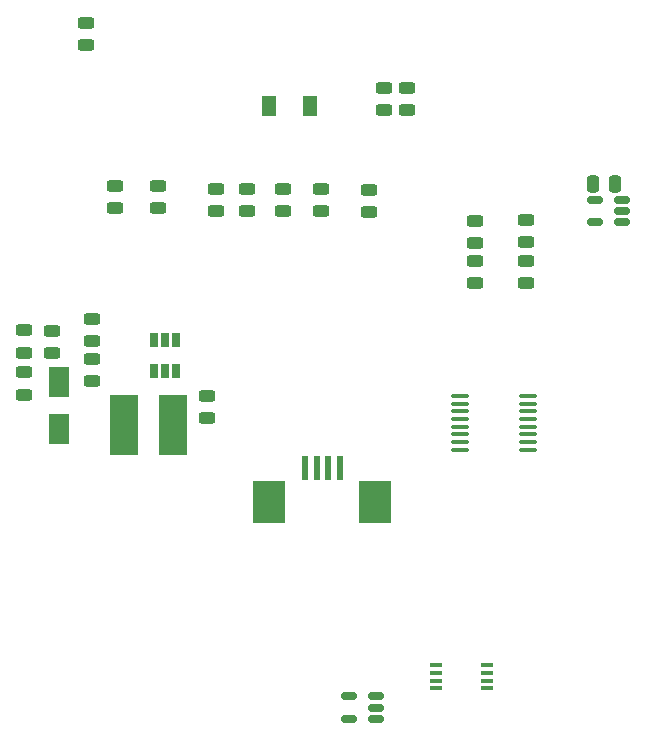
<source format=gbr>
%TF.GenerationSoftware,KiCad,Pcbnew,6.0.10+dfsg-1~bpo11+1*%
%TF.CreationDate,2023-02-13T12:05:02+00:00*%
%TF.ProjectId,OLED01,4f4c4544-3031-42e6-9b69-6361645f7063,rev?*%
%TF.SameCoordinates,PX72ba1e0PY737d6e0*%
%TF.FileFunction,Paste,Bot*%
%TF.FilePolarity,Positive*%
%FSLAX46Y46*%
G04 Gerber Fmt 4.6, Leading zero omitted, Abs format (unit mm)*
G04 Created by KiCad (PCBNEW 6.0.10+dfsg-1~bpo11+1) date 2023-02-13 12:05:02*
%MOMM*%
%LPD*%
G01*
G04 APERTURE LIST*
G04 Aperture macros list*
%AMRoundRect*
0 Rectangle with rounded corners*
0 $1 Rounding radius*
0 $2 $3 $4 $5 $6 $7 $8 $9 X,Y pos of 4 corners*
0 Add a 4 corners polygon primitive as box body*
4,1,4,$2,$3,$4,$5,$6,$7,$8,$9,$2,$3,0*
0 Add four circle primitives for the rounded corners*
1,1,$1+$1,$2,$3*
1,1,$1+$1,$4,$5*
1,1,$1+$1,$6,$7*
1,1,$1+$1,$8,$9*
0 Add four rect primitives between the rounded corners*
20,1,$1+$1,$2,$3,$4,$5,0*
20,1,$1+$1,$4,$5,$6,$7,0*
20,1,$1+$1,$6,$7,$8,$9,0*
20,1,$1+$1,$8,$9,$2,$3,0*%
G04 Aperture macros list end*
%ADD10R,2.350000X5.100000*%
%ADD11RoundRect,0.243750X-0.456250X0.243750X-0.456250X-0.243750X0.456250X-0.243750X0.456250X0.243750X0*%
%ADD12R,0.650000X1.220000*%
%ADD13R,0.610000X2.000000*%
%ADD14R,2.680000X3.600000*%
%ADD15R,1.300000X1.700000*%
%ADD16RoundRect,0.243750X0.456250X-0.243750X0.456250X0.243750X-0.456250X0.243750X-0.456250X-0.243750X0*%
%ADD17R,1.800000X2.500000*%
%ADD18RoundRect,0.150000X0.512500X0.150000X-0.512500X0.150000X-0.512500X-0.150000X0.512500X-0.150000X0*%
%ADD19R,1.100000X0.400000*%
%ADD20RoundRect,0.100000X-0.637500X-0.100000X0.637500X-0.100000X0.637500X0.100000X-0.637500X0.100000X0*%
%ADD21RoundRect,0.250000X0.250000X0.475000X-0.250000X0.475000X-0.250000X-0.475000X0.250000X-0.475000X0*%
G04 APERTURE END LIST*
D10*
%TO.C,L1*%
X12675000Y28700000D03*
X8525000Y28700000D03*
%TD*%
D11*
%TO.C,R10*%
X16300000Y48700000D03*
X16300000Y46825000D03*
%TD*%
%TO.C,R3*%
X42500000Y42637500D03*
X42500000Y40762500D03*
%TD*%
D12*
%TO.C,U3*%
X11000341Y35933647D03*
X11950341Y35933647D03*
X12900341Y35933647D03*
X12900341Y33313647D03*
X11950341Y33313647D03*
X11000341Y33313647D03*
%TD*%
D11*
%TO.C,R1*%
X11400000Y48937500D03*
X11400000Y47062500D03*
%TD*%
D13*
%TO.C,J1*%
X26800000Y25050000D03*
X25800000Y25050000D03*
X24800000Y25050000D03*
X23800000Y25050000D03*
D14*
X29790000Y22250000D03*
X20810000Y22250000D03*
%TD*%
D11*
%TO.C,R4*%
X38200000Y46037500D03*
X38200000Y44162500D03*
%TD*%
D15*
%TO.C,D2*%
X24250000Y55700000D03*
X20750000Y55700000D03*
%TD*%
D16*
%TO.C,C8*%
X32500000Y55425000D03*
X32500000Y57300000D03*
%TD*%
%TO.C,R13*%
X18900000Y46825000D03*
X18900000Y48700000D03*
%TD*%
D17*
%TO.C,D1*%
X3000000Y32400000D03*
X3000000Y28400000D03*
%TD*%
D18*
%TO.C,U2*%
X29837500Y5750000D03*
X29837500Y4800000D03*
X29837500Y3850000D03*
X27562500Y3850000D03*
X27562500Y5750000D03*
%TD*%
D19*
%TO.C,U5*%
X39250000Y8375000D03*
X39250000Y7725000D03*
X39250000Y7075000D03*
X39250000Y6425000D03*
X34950000Y6425000D03*
X34950000Y7075000D03*
X34950000Y7725000D03*
X34950000Y8375000D03*
%TD*%
D16*
%TO.C,R7*%
X5800000Y32462500D03*
X5800000Y34337500D03*
%TD*%
D11*
%TO.C,C11*%
X0Y36737500D03*
X0Y34862500D03*
%TD*%
D20*
%TO.C,U4*%
X36937500Y26625000D03*
X36937500Y27275000D03*
X36937500Y27925000D03*
X36937500Y28575000D03*
X36937500Y29225000D03*
X36937500Y29875000D03*
X36937500Y30525000D03*
X36937500Y31175000D03*
X42662500Y31175000D03*
X42662500Y30525000D03*
X42662500Y29875000D03*
X42662500Y29225000D03*
X42662500Y28575000D03*
X42662500Y27925000D03*
X42662500Y27275000D03*
X42662500Y26625000D03*
%TD*%
D11*
%TO.C,R6*%
X5250000Y62750000D03*
X5250000Y60875000D03*
%TD*%
%TO.C,R2*%
X42500000Y46075000D03*
X42500000Y44200000D03*
%TD*%
%TO.C,C2*%
X7700000Y49000000D03*
X7700000Y47125000D03*
%TD*%
%TO.C,R12*%
X29200000Y48600000D03*
X29200000Y46725000D03*
%TD*%
%TO.C,R5*%
X38200000Y42600000D03*
X38200000Y40725000D03*
%TD*%
D16*
%TO.C,R8*%
X5800000Y35825000D03*
X5800000Y37700000D03*
%TD*%
D21*
%TO.C,C1*%
X50100000Y49100000D03*
X48200000Y49100000D03*
%TD*%
D11*
%TO.C,R11*%
X25200000Y48737500D03*
X25200000Y46862500D03*
%TD*%
D16*
%TO.C,R14*%
X22000000Y46825000D03*
X22000000Y48700000D03*
%TD*%
%TO.C,C9*%
X30500000Y55425000D03*
X30500000Y57300000D03*
%TD*%
D18*
%TO.C,U1*%
X50675000Y47800000D03*
X50675000Y46850000D03*
X50675000Y45900000D03*
X48400000Y45900000D03*
X48400000Y47800000D03*
%TD*%
D16*
%TO.C,R9*%
X2400000Y34800000D03*
X2400000Y36675000D03*
%TD*%
%TO.C,C10*%
X0Y31300000D03*
X0Y33175000D03*
%TD*%
D11*
%TO.C,C5*%
X15500000Y31175000D03*
X15500000Y29300000D03*
%TD*%
M02*

</source>
